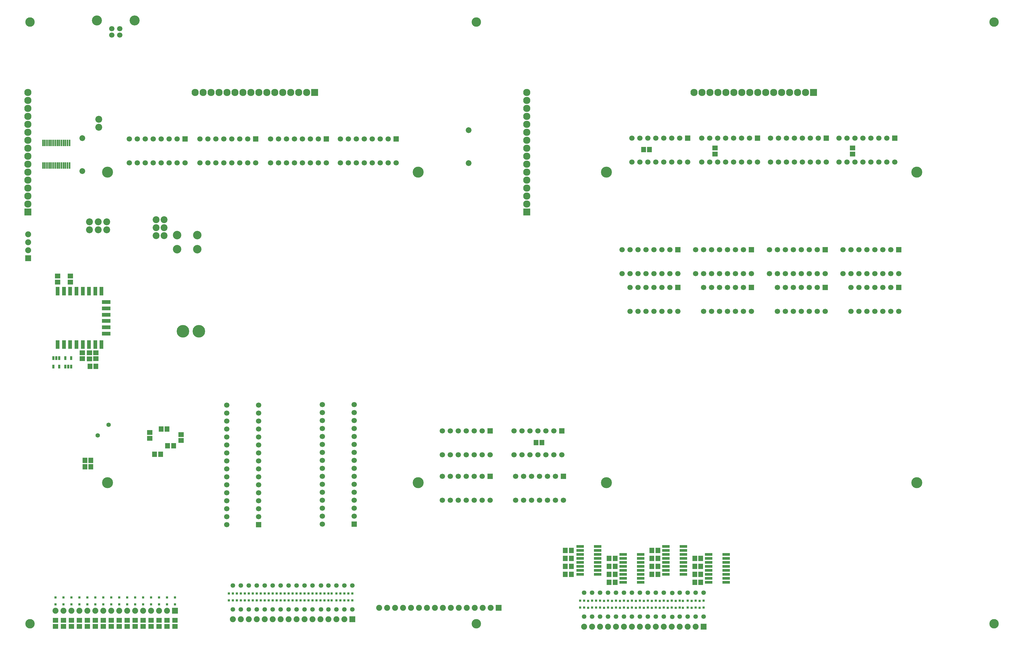
<source format=gbr>
G04 DipTrace 2.4.0.2*
%INMemoryBrd-BottomMark.gbr*%
%MOMM*%
%ADD57C,3.0*%
%ADD65R,1.7X1.7*%
%ADD66C,1.7*%
%ADD67C,3.5*%
%ADD74C,1.9*%
%ADD75R,1.9X1.9*%
%ADD80R,2.384X0.835*%
%ADD84R,0.8X0.8*%
%ADD86C,3.2*%
%ADD88C,1.7*%
%ADD89C,2.7*%
%ADD90C,2.3*%
%ADD91C,1.47*%
%ADD93C,1.47*%
%ADD95C,1.85*%
%ADD97C,1.419*%
%ADD103R,2.3X2.3*%
%ADD104R,0.6X2.0*%
%ADD108R,2.7X1.2*%
%ADD110R,1.2X2.7*%
%ADD112R,0.8X1.3*%
%ADD122C,2.2*%
%ADD128R,1.5X1.7*%
%ADD132R,1.7X1.5*%
%ADD134C,4.01*%
%FSLAX53Y53*%
G04*
G71*
G90*
G75*
G01*
%LNBotMask*%
%LPD*%
D134*
X67632Y107006D3*
X62552D3*
D128*
X34768Y95893D3*
X32868D3*
D132*
X61917Y72237D3*
Y74137D3*
D128*
X55415Y67824D3*
X53515D3*
D132*
X51925Y72901D3*
Y74801D3*
D128*
X55577Y75918D3*
X57477D3*
X59545Y70520D3*
X57645D3*
D132*
X276093Y165433D3*
Y163533D3*
X232188Y165430D3*
Y163530D3*
D128*
X209416Y164956D3*
X211316D3*
X175123Y71601D3*
X177023D3*
D132*
X60012Y13017D3*
Y14917D3*
X49850Y13017D3*
Y14917D3*
X39689Y13017D3*
Y14917D3*
X29528Y13017D3*
Y14917D3*
X57471Y13017D3*
Y14917D3*
X47310Y13017D3*
Y14917D3*
X37149Y13017D3*
Y14917D3*
X26988Y13017D3*
Y14917D3*
X54931Y13017D3*
Y14917D3*
X44770Y13017D3*
Y14917D3*
X34609Y13017D3*
Y14917D3*
X24448Y13017D3*
Y14917D3*
X52391Y12992D3*
Y14892D3*
X42230Y13017D3*
Y14917D3*
X32069Y13017D3*
Y14917D3*
X21908Y13017D3*
Y14917D3*
D122*
X35561Y141935D3*
Y139395D3*
D65*
X160511Y75253D3*
D66*
X157971D3*
X155431D3*
X152891D3*
X150351D3*
X147811D3*
X145271D3*
Y67633D3*
X147811D3*
X150351D3*
X152891D3*
X155431D3*
X157971D3*
X160511D3*
D65*
Y60805D3*
D66*
X157971D3*
X155431D3*
X152891D3*
X150351D3*
X147811D3*
X145271D3*
Y53185D3*
X147811D3*
X150351D3*
X152891D3*
X155431D3*
X157971D3*
X160511D3*
D65*
X183850Y60805D3*
D66*
X181309D3*
X178769D3*
X176230D3*
X173690D3*
X171149D3*
X168609D3*
Y53185D3*
X171149D3*
X173690D3*
X176230D3*
X178769D3*
X181309D3*
X183850D3*
D112*
X21195Y98516D3*
X22145D3*
X23095D3*
Y95816D3*
X21195D3*
D110*
X36590Y102819D3*
X34590D3*
X32590D3*
X30590D3*
X28590D3*
X26590D3*
X24590D3*
X22590D3*
X36590Y119819D3*
X34590D3*
X32590D3*
X30590D3*
X28590D3*
X26590D3*
X24590D3*
X22590D3*
D108*
X38090Y112319D3*
Y110319D3*
Y108319D3*
Y106319D3*
Y114319D3*
Y116319D3*
D112*
X26907Y95810D3*
X25957D3*
X25007D3*
Y98510D3*
X26907D3*
D65*
X117175Y45560D3*
D66*
Y48100D3*
Y50640D3*
Y53180D3*
Y55720D3*
Y58260D3*
Y60800D3*
Y63340D3*
Y65880D3*
Y68420D3*
Y70960D3*
Y73500D3*
Y76040D3*
Y78580D3*
Y81120D3*
Y83660D3*
X107015D3*
Y81120D3*
Y78580D3*
Y76040D3*
Y73500D3*
Y70960D3*
Y68420D3*
Y65880D3*
Y63340D3*
Y60800D3*
Y58260D3*
Y55720D3*
Y53180D3*
Y50640D3*
Y48100D3*
Y45560D3*
D65*
X86692Y45438D3*
D66*
Y47978D3*
Y50518D3*
Y53058D3*
Y55598D3*
Y58138D3*
Y60678D3*
Y63218D3*
Y65758D3*
Y68298D3*
Y70838D3*
Y73378D3*
Y75918D3*
Y78458D3*
Y80998D3*
Y83538D3*
X76532D3*
Y80998D3*
Y78458D3*
Y75918D3*
Y73378D3*
Y70838D3*
Y68298D3*
Y65758D3*
Y63218D3*
Y60678D3*
Y58138D3*
Y55598D3*
Y53058D3*
Y50518D3*
Y47978D3*
Y45438D3*
D65*
X290844Y121003D3*
D66*
X288304D3*
X285764D3*
X283224D3*
X280684D3*
X278144D3*
X275604D3*
Y113383D3*
X278144D3*
X280684D3*
X283224D3*
X285764D3*
X288304D3*
X290844D3*
D65*
Y133068D3*
D66*
X288304D3*
X285764D3*
X283224D3*
X280684D3*
X278144D3*
X275604D3*
X273064D3*
Y125448D3*
X275604D3*
X278144D3*
X280684D3*
X283224D3*
X285764D3*
X288304D3*
X290844D3*
D65*
X267349Y121003D3*
D66*
X264809D3*
X262269D3*
X259729D3*
X257189D3*
X254649D3*
X252109D3*
Y113383D3*
X254649D3*
X257189D3*
X259729D3*
X262269D3*
X264809D3*
X267349D3*
D65*
Y133068D3*
D66*
X264809D3*
X262269D3*
X259729D3*
X257189D3*
X254649D3*
X252109D3*
X249569D3*
Y125448D3*
X252109D3*
X254649D3*
X257189D3*
X259729D3*
X262269D3*
X264809D3*
X267349D3*
D65*
X243854Y121003D3*
D66*
X241314D3*
X238774D3*
X236234D3*
X233694D3*
X231154D3*
X228614D3*
Y113383D3*
X231154D3*
X233694D3*
X236234D3*
X238774D3*
X241314D3*
X243854D3*
D65*
Y133068D3*
D66*
X241314D3*
X238774D3*
X236234D3*
X233694D3*
X231154D3*
X228614D3*
X226074D3*
Y125448D3*
X228614D3*
X231154D3*
X233694D3*
X236234D3*
X238774D3*
X241314D3*
X243854D3*
D65*
X220359Y121003D3*
D66*
X217819D3*
X215279D3*
X212739D3*
X210199D3*
X207659D3*
X205119D3*
Y113383D3*
X207659D3*
X210199D3*
X212739D3*
X215279D3*
X217819D3*
X220359D3*
D65*
Y133068D3*
D66*
X217819D3*
X215279D3*
X212739D3*
X210199D3*
X207659D3*
X205119D3*
X202579D3*
Y125448D3*
X205119D3*
X207659D3*
X210199D3*
X212739D3*
X215279D3*
X217819D3*
X220359D3*
D65*
X183372Y75254D3*
D66*
X180832D3*
X178292D3*
X175752D3*
X173212D3*
X170672D3*
X168132D3*
Y67634D3*
X170672D3*
X173212D3*
X175752D3*
X178292D3*
X180832D3*
X183372D3*
D65*
X130507Y168310D3*
D66*
X127967D3*
X125427D3*
X122887D3*
X120347D3*
X117807D3*
X115267D3*
X112727D3*
Y160690D3*
X115267D3*
X117807D3*
X120347D3*
X122887D3*
X125427D3*
X127967D3*
X130507D3*
D65*
X289574Y168628D3*
D66*
X287034D3*
X284494D3*
X281954D3*
X279414D3*
X276874D3*
X274334D3*
X271794D3*
Y161008D3*
X274334D3*
X276874D3*
X279414D3*
X281954D3*
X284494D3*
X287034D3*
X289574D3*
D104*
X26353Y159876D3*
X25703D3*
X25053D3*
X24403D3*
X23753D3*
X23103D3*
X22453D3*
X21803D3*
X21153D3*
X20503D3*
X19853D3*
X19203D3*
X18553D3*
X17903D3*
Y167076D3*
X18553D3*
X19203D3*
X19853D3*
X20503D3*
X21153D3*
X21803D3*
X22453D3*
X23103D3*
X23753D3*
X24403D3*
X25053D3*
X25703D3*
X26353D3*
D65*
X108282Y168310D3*
D66*
X105742D3*
X103202D3*
X100662D3*
X98122D3*
X95582D3*
X93042D3*
X90502D3*
Y160690D3*
X93042D3*
X95582D3*
X98122D3*
X100662D3*
X103202D3*
X105742D3*
X108282D3*
D65*
X267667Y168628D3*
D66*
X265127D3*
X262587D3*
X260047D3*
X257507D3*
X254967D3*
X252427D3*
X249887D3*
Y161008D3*
X252427D3*
X254967D3*
X257507D3*
X260047D3*
X262587D3*
X265127D3*
X267667D3*
D65*
X85739Y168310D3*
D66*
X83199D3*
X80659D3*
X78119D3*
X75579D3*
X73039D3*
X70499D3*
X67959D3*
Y160690D3*
X70499D3*
X73039D3*
X75579D3*
X78119D3*
X80659D3*
X83199D3*
X85739D3*
D65*
X245759Y168628D3*
D66*
X243219D3*
X240679D3*
X238139D3*
X235599D3*
X233059D3*
X230519D3*
X227979D3*
Y161008D3*
X230519D3*
X233059D3*
X235599D3*
X238139D3*
X240679D3*
X243219D3*
X245759D3*
D65*
X63197Y168310D3*
D66*
X60657D3*
X58117D3*
X55577D3*
X53037D3*
X50497D3*
X47957D3*
X45417D3*
Y160690D3*
X47957D3*
X50497D3*
X53037D3*
X55577D3*
X58117D3*
X60657D3*
X63197D3*
D65*
X223464Y168576D3*
D66*
X220924D3*
X218384D3*
X215844D3*
X213304D3*
X210764D3*
X208224D3*
X205684D3*
Y160956D3*
X208224D3*
X210764D3*
X213304D3*
X215844D3*
X218384D3*
X220924D3*
X223464D3*
D122*
X35721Y174644D3*
Y172104D3*
D103*
X13124Y145038D3*
D90*
Y147578D3*
Y150118D3*
Y152658D3*
Y155198D3*
Y157738D3*
Y160278D3*
Y162818D3*
Y165358D3*
Y167898D3*
Y170438D3*
Y172978D3*
Y175518D3*
Y178058D3*
Y180598D3*
Y183138D3*
D103*
X104564D3*
D90*
X102024D3*
X99484D3*
X96944D3*
X94404D3*
X91864D3*
X89324D3*
X86784D3*
X84244D3*
X81704D3*
X79164D3*
X76624D3*
X74084D3*
X71544D3*
X69004D3*
X66464D3*
D67*
X38524Y58738D3*
Y157738D3*
X137524Y58738D3*
Y157738D3*
D103*
X172192Y145038D3*
D90*
Y147578D3*
Y150118D3*
Y152658D3*
Y155198D3*
Y157738D3*
Y160278D3*
Y162818D3*
Y165358D3*
Y167898D3*
Y170438D3*
Y172978D3*
Y175518D3*
Y178058D3*
Y180598D3*
Y183138D3*
D103*
X263632D3*
D90*
X261092D3*
X258552D3*
X256012D3*
X253472D3*
X250932D3*
X248392D3*
X245852D3*
X243312D3*
X240772D3*
X238232D3*
X235692D3*
X233152D3*
X230612D3*
X228072D3*
X225532D3*
D67*
X197592Y58738D3*
Y157738D3*
X296592Y58738D3*
Y157738D3*
D57*
X13810Y205601D3*
X321183D3*
Y13810D3*
X13810D3*
X156065D3*
Y205601D3*
D122*
X53979Y142583D3*
Y140043D3*
Y137503D3*
X56519D3*
Y140043D3*
Y142583D3*
X38260Y141935D3*
Y139395D3*
X32704Y141935D3*
Y139395D3*
D97*
X35403Y73824D3*
X38815Y77237D3*
D128*
X33177Y63819D3*
X31277D3*
X33180Y65886D3*
X31280D3*
X225759Y27025D3*
X227659D3*
X225757Y29563D3*
X227657D3*
X225757Y32103D3*
X227657D3*
X225757Y34643D3*
X227657D3*
X212104Y29563D3*
X214004D3*
X212104Y32103D3*
X214004D3*
X212104Y34643D3*
X214004D3*
X212104Y37183D3*
X214004D3*
X198452Y27023D3*
X200352D3*
X198452Y29563D3*
X200352D3*
X198452Y32103D3*
X200352D3*
X198452Y34643D3*
X200352D3*
X184484Y29565D3*
X186384D3*
X184484Y32105D3*
X186384D3*
X184484Y34645D3*
X186384D3*
X184484Y37185D3*
X186384D3*
D132*
X22545Y122727D3*
Y124627D3*
X26671Y122730D3*
Y124630D3*
X30481Y100179D3*
Y98279D3*
X34768D3*
Y100179D3*
X32706Y100177D3*
Y98277D3*
D95*
X30481Y168608D3*
Y158058D3*
X153684Y171148D3*
Y160598D3*
D93*
X228614Y23689D3*
D91*
Y16069D3*
D93*
X116583Y26032D3*
D91*
Y18412D3*
D93*
X226074Y23689D3*
D91*
Y16069D3*
D93*
X114043Y26032D3*
D91*
Y18412D3*
D93*
X223534Y23689D3*
D91*
Y16069D3*
D93*
X111503Y26032D3*
D91*
Y18412D3*
D93*
X220994Y23689D3*
D91*
Y16069D3*
D93*
X108963Y26032D3*
D91*
Y18412D3*
D93*
X218603Y23654D3*
D91*
Y16034D3*
D93*
X106572Y25997D3*
D91*
Y18377D3*
D93*
X215914Y23689D3*
D91*
Y16069D3*
D93*
X103883Y26032D3*
D91*
Y18412D3*
D93*
X213374Y23689D3*
D91*
Y16069D3*
D93*
X101343Y26032D3*
D91*
Y18412D3*
D93*
X210834Y23689D3*
D91*
Y16069D3*
D93*
X98803Y26032D3*
D91*
Y18412D3*
D93*
X208294Y23689D3*
D91*
Y16069D3*
D93*
X96263Y26032D3*
D91*
Y18412D3*
D93*
X205754Y23689D3*
D91*
Y16069D3*
D93*
X93723Y26032D3*
D91*
Y18412D3*
D93*
X203214Y23689D3*
D91*
Y16069D3*
D93*
X91183Y26032D3*
D91*
Y18412D3*
D93*
X200674Y23689D3*
D91*
Y16069D3*
D93*
X88643Y26032D3*
D91*
Y18412D3*
D93*
X198134Y23689D3*
D91*
Y16069D3*
D93*
X86103Y26032D3*
D91*
Y18412D3*
D93*
X195594Y23689D3*
D91*
Y16069D3*
D93*
X83563Y26032D3*
D91*
Y18412D3*
D93*
X193054Y23689D3*
D91*
Y16069D3*
D93*
X81023Y26032D3*
D91*
Y18412D3*
D93*
X190514Y23689D3*
D91*
Y16069D3*
D93*
X78483Y26032D3*
D91*
Y18412D3*
D89*
X60647Y133203D3*
Y137703D3*
X67147D3*
Y133203D3*
D88*
X42388Y201473D3*
X39888D3*
X42388Y203473D3*
X39888D3*
D86*
X47164Y206124D3*
X35099D3*
D80*
X230202Y27023D3*
Y28293D3*
Y29563D3*
Y30833D3*
Y32103D3*
Y33373D3*
Y34643D3*
Y35913D3*
X235790D3*
Y34643D3*
Y33373D3*
Y32103D3*
Y30833D3*
Y29563D3*
Y28293D3*
Y27023D3*
X216549Y29563D3*
Y30833D3*
Y32103D3*
Y33373D3*
Y34643D3*
Y35913D3*
Y37183D3*
Y38453D3*
X222137D3*
Y37183D3*
Y35913D3*
Y34643D3*
Y33373D3*
Y32103D3*
Y30833D3*
Y29563D3*
X202897Y27023D3*
Y28293D3*
Y29563D3*
Y30833D3*
Y32103D3*
Y33373D3*
Y34643D3*
Y35913D3*
X208485D3*
Y34643D3*
Y33373D3*
Y32103D3*
Y30833D3*
Y29563D3*
Y28293D3*
Y27023D3*
X189244Y29563D3*
Y30833D3*
Y32103D3*
Y33373D3*
Y34643D3*
Y35913D3*
Y37183D3*
Y38453D3*
X194832D3*
Y37183D3*
Y35913D3*
Y34643D3*
Y33373D3*
Y32103D3*
Y30833D3*
Y29563D3*
D84*
X57471Y22225D3*
Y20025D3*
X47310Y22225D3*
Y20025D3*
X37149Y22225D3*
Y20025D3*
X26988Y22225D3*
Y20025D3*
X54931Y22225D3*
Y20025D3*
X44770Y22225D3*
Y20025D3*
X34609Y22225D3*
Y20025D3*
X24448Y22225D3*
Y20025D3*
X52391Y22225D3*
Y20025D3*
X42230Y22225D3*
Y20025D3*
X32069Y22225D3*
Y20025D3*
X21908Y22225D3*
Y20025D3*
X224804Y18926D3*
Y21126D3*
X112773Y21269D3*
Y23469D3*
X219724Y18926D3*
Y21126D3*
X107693Y21269D3*
Y23469D3*
X214644Y18926D3*
Y21126D3*
X102613Y21269D3*
Y23469D3*
X209564Y18926D3*
Y21126D3*
X97533Y21269D3*
Y23469D3*
X204484Y18926D3*
Y21126D3*
X92453Y21269D3*
Y23469D3*
X199404Y18926D3*
Y21126D3*
X87373Y21269D3*
Y23469D3*
X194324Y18949D3*
Y21149D3*
X82293Y21292D3*
Y23492D3*
X189244Y18949D3*
Y21149D3*
X77213Y21292D3*
Y23492D3*
X227344Y18926D3*
Y21126D3*
X115313Y21269D3*
Y23469D3*
X221947Y18926D3*
Y21126D3*
X109915Y21269D3*
Y23469D3*
X217184Y18926D3*
Y21126D3*
X105153Y21269D3*
Y23469D3*
X212104Y18926D3*
Y21126D3*
X100073Y21269D3*
Y23469D3*
X207024Y18926D3*
Y21126D3*
X94993Y21269D3*
Y23469D3*
X201944Y18926D3*
Y21126D3*
X89913Y21269D3*
Y23469D3*
X196864Y18926D3*
Y21126D3*
X84833Y21269D3*
Y23469D3*
X191784Y18926D3*
Y21126D3*
X79753Y21269D3*
Y23469D3*
X226074Y21149D3*
Y18949D3*
X114043Y23492D3*
Y21292D3*
X220994Y21149D3*
Y18949D3*
X108963Y23492D3*
Y21292D3*
X215914Y21149D3*
Y18949D3*
X103883Y23492D3*
Y21292D3*
X210834Y21149D3*
Y18949D3*
X98803Y23492D3*
Y21292D3*
X205754Y21149D3*
Y18949D3*
X93723Y23492D3*
Y21292D3*
X200674Y21149D3*
Y18949D3*
X88643Y23492D3*
Y21292D3*
X195594Y21149D3*
Y18949D3*
X83563Y23492D3*
Y21292D3*
X190514Y21149D3*
Y18949D3*
X78483Y23492D3*
Y21292D3*
X228614Y21149D3*
Y18949D3*
X116583Y23492D3*
Y21292D3*
X223534Y21149D3*
Y18949D3*
X111503Y23492D3*
Y21292D3*
X218454Y21149D3*
Y18949D3*
X106423Y23492D3*
Y21292D3*
X213374Y21149D3*
Y18949D3*
X101343Y23492D3*
Y21292D3*
X208294Y21149D3*
Y18949D3*
X96263Y23492D3*
Y21292D3*
X203214Y21149D3*
Y18949D3*
X91183Y23492D3*
Y21292D3*
X198134Y21149D3*
Y18949D3*
X86103Y23492D3*
Y21292D3*
X193054Y21149D3*
Y18949D3*
X81023Y23492D3*
Y21292D3*
X60012Y22225D3*
Y20025D3*
X49850Y22225D3*
Y20025D3*
X39689Y22225D3*
Y20025D3*
X29528Y22225D3*
Y20025D3*
D75*
X163209Y18892D3*
D74*
X160669D3*
X158129D3*
X155589D3*
X153049D3*
X150509D3*
X147969D3*
X145429D3*
X142889D3*
X140349D3*
X137809D3*
X135269D3*
X132729D3*
X130189D3*
X127649D3*
X125109D3*
D75*
X60011Y17938D3*
D74*
X57471D3*
X54931D3*
X52392D3*
X49852D3*
X47312D3*
X44772D3*
X42232D3*
X39691D3*
X37151D3*
X34611D3*
X32071D3*
X29531D3*
X26992D3*
X24452D3*
X21912D3*
D75*
X13175Y130345D3*
D74*
Y132885D3*
Y135425D3*
Y137965D3*
D75*
X228614Y12894D3*
D74*
X226074D3*
X223534D3*
X220994D3*
X218454D3*
X215914D3*
X213374D3*
X210834D3*
X208294D3*
X205754D3*
X203214D3*
X200674D3*
X198134D3*
X195594D3*
X193054D3*
X190514D3*
D75*
X116583Y15237D3*
D74*
X114043D3*
X111503D3*
X108963D3*
X106423D3*
X103883D3*
X101343D3*
X98803D3*
X96263D3*
X93723D3*
X91183D3*
X88643D3*
X86103D3*
X83563D3*
X81023D3*
X78483D3*
M02*

</source>
